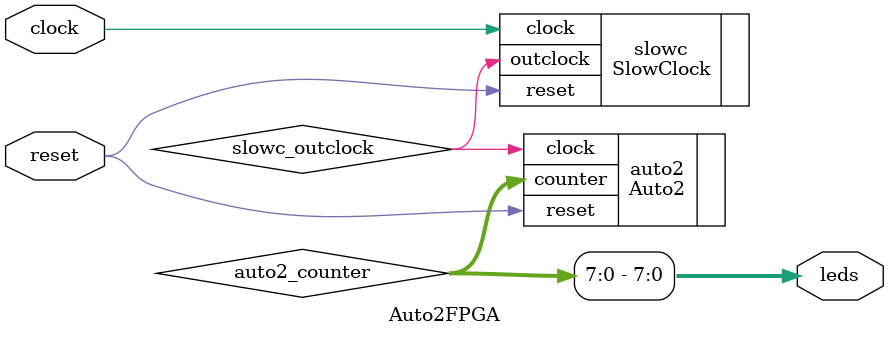
<source format=v>
module Auto2FPGA(clock,reset,leds);
   input wire        clock;
   input wire        reset;
   output wire [7:0] leds;

   wire 	     slowc_outclock;

   wire [23:0] 	     auto2_counter;

   assign leds = auto2_counter[7:0];

   SlowClock #(.SlowFactor(32'h00FFFFFF))
   slowc (.clock(clock),
	  .reset(reset),

	  .outclock(slowc_outclock));

   Auto2
   auto2 (.clock(slowc_outclock),
	  .reset(reset),

	  .counter(auto2_counter));
endmodule // Auto2FPGA

</source>
